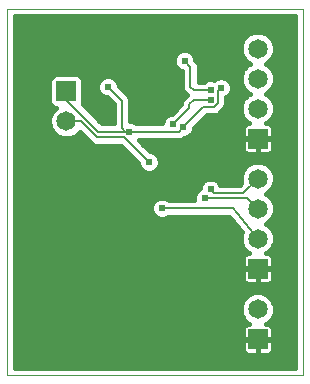
<source format=gbl>
G75*
%MOIN*%
%OFA0B0*%
%FSLAX25Y25*%
%IPPOS*%
%LPD*%
%AMOC8*
5,1,8,0,0,1.08239X$1,22.5*
%
%ADD10C,0.00000*%
%ADD11R,0.06500X0.06500*%
%ADD12C,0.06500*%
%ADD13C,0.01600*%
%ADD14C,0.02381*%
%ADD15C,0.00800*%
D10*
X0020469Y0005737D02*
X0020469Y0127784D01*
X0118894Y0127784D01*
X0118894Y0005737D01*
X0020469Y0005737D01*
D11*
X0040154Y0100225D03*
X0103934Y0084477D03*
X0103934Y0041170D03*
X0103934Y0017548D03*
D12*
X0103934Y0027548D03*
X0103934Y0051170D03*
X0103934Y0061170D03*
X0103934Y0071170D03*
X0103934Y0094477D03*
X0103934Y0104477D03*
X0103934Y0114477D03*
X0040154Y0090225D03*
D13*
X0036514Y0094575D02*
X0035364Y0093426D01*
X0034504Y0091349D01*
X0034504Y0089101D01*
X0035364Y0087025D01*
X0036954Y0085435D01*
X0039030Y0084575D01*
X0041278Y0084575D01*
X0043355Y0085435D01*
X0044610Y0086691D01*
X0048017Y0083285D01*
X0048804Y0082497D01*
X0049833Y0082071D01*
X0058286Y0082071D01*
X0064123Y0076234D01*
X0064123Y0075889D01*
X0064669Y0074569D01*
X0065679Y0073559D01*
X0066999Y0073013D01*
X0068427Y0073013D01*
X0069747Y0073559D01*
X0070757Y0074569D01*
X0071304Y0075889D01*
X0071304Y0077317D01*
X0070757Y0078637D01*
X0069747Y0079647D01*
X0068427Y0080194D01*
X0068082Y0080194D01*
X0064237Y0084039D01*
X0078113Y0084039D01*
X0079142Y0084466D01*
X0079500Y0084824D01*
X0079845Y0084824D01*
X0081164Y0085370D01*
X0082174Y0086380D01*
X0082721Y0087700D01*
X0082721Y0088045D01*
X0086983Y0092307D01*
X0089924Y0092307D01*
X0090953Y0092733D01*
X0091741Y0093521D01*
X0092134Y0093914D01*
X0092922Y0094702D01*
X0093348Y0095731D01*
X0093348Y0098190D01*
X0093763Y0098362D01*
X0094773Y0099372D01*
X0095320Y0100692D01*
X0095320Y0102120D01*
X0094773Y0103440D01*
X0093763Y0104450D01*
X0092443Y0104997D01*
X0091015Y0104997D01*
X0089695Y0104450D01*
X0089292Y0104047D01*
X0088900Y0104209D01*
X0087471Y0104209D01*
X0086152Y0103663D01*
X0085908Y0103419D01*
X0084293Y0103419D01*
X0084293Y0109050D01*
X0083866Y0110079D01*
X0083115Y0110831D01*
X0083115Y0111176D01*
X0082568Y0112495D01*
X0081558Y0113505D01*
X0080238Y0114052D01*
X0078810Y0114052D01*
X0077490Y0113505D01*
X0076480Y0112495D01*
X0075934Y0111176D01*
X0075934Y0109747D01*
X0076480Y0108428D01*
X0077490Y0107417D01*
X0078693Y0106919D01*
X0078693Y0101243D01*
X0079119Y0100214D01*
X0080289Y0099044D01*
X0078725Y0097481D01*
X0078299Y0096451D01*
X0078299Y0095873D01*
X0075218Y0092792D01*
X0074873Y0092792D01*
X0073553Y0092245D01*
X0072543Y0091235D01*
X0071997Y0089916D01*
X0071997Y0089639D01*
X0063298Y0089639D01*
X0063054Y0089883D01*
X0061735Y0090430D01*
X0061458Y0090430D01*
X0061458Y0097633D01*
X0061032Y0098662D01*
X0060244Y0099449D01*
X0057524Y0102169D01*
X0057524Y0102514D01*
X0056978Y0103834D01*
X0055968Y0104844D01*
X0054648Y0105391D01*
X0053220Y0105391D01*
X0051900Y0104844D01*
X0050890Y0103834D01*
X0050343Y0102514D01*
X0050343Y0101086D01*
X0050890Y0099766D01*
X0051900Y0098756D01*
X0053220Y0098209D01*
X0053564Y0098209D01*
X0055858Y0095916D01*
X0055858Y0089639D01*
X0051944Y0089639D01*
X0045594Y0095990D01*
X0045804Y0096498D01*
X0045804Y0103953D01*
X0045439Y0104835D01*
X0044764Y0105510D01*
X0043882Y0105875D01*
X0036427Y0105875D01*
X0035545Y0105510D01*
X0034870Y0104835D01*
X0034504Y0103953D01*
X0034504Y0096498D01*
X0034870Y0095616D01*
X0035545Y0094941D01*
X0036427Y0094575D01*
X0036514Y0094575D01*
X0035594Y0093655D02*
X0022869Y0093655D01*
X0022869Y0092057D02*
X0034797Y0092057D01*
X0034504Y0090458D02*
X0022869Y0090458D01*
X0022869Y0088860D02*
X0034604Y0088860D01*
X0035266Y0087261D02*
X0022869Y0087261D01*
X0022869Y0085663D02*
X0036727Y0085663D01*
X0043582Y0085663D02*
X0045639Y0085663D01*
X0047237Y0084064D02*
X0022869Y0084064D01*
X0022869Y0082466D02*
X0048881Y0082466D01*
X0051125Y0090458D02*
X0055858Y0090458D01*
X0055858Y0092057D02*
X0049527Y0092057D01*
X0047928Y0093655D02*
X0055858Y0093655D01*
X0055858Y0095254D02*
X0046330Y0095254D01*
X0045804Y0096852D02*
X0054922Y0096852D01*
X0052637Y0098451D02*
X0045804Y0098451D01*
X0045804Y0100049D02*
X0050773Y0100049D01*
X0050343Y0101648D02*
X0045804Y0101648D01*
X0045804Y0103246D02*
X0050646Y0103246D01*
X0051902Y0104845D02*
X0045429Y0104845D01*
X0055966Y0104845D02*
X0078693Y0104845D01*
X0078693Y0106443D02*
X0022869Y0106443D01*
X0022869Y0104845D02*
X0034880Y0104845D01*
X0034504Y0103246D02*
X0022869Y0103246D01*
X0022869Y0101648D02*
X0034504Y0101648D01*
X0034504Y0100049D02*
X0022869Y0100049D01*
X0022869Y0098451D02*
X0034504Y0098451D01*
X0034504Y0096852D02*
X0022869Y0096852D01*
X0022869Y0095254D02*
X0035232Y0095254D01*
X0022869Y0108042D02*
X0076866Y0108042D01*
X0075978Y0109640D02*
X0022869Y0109640D01*
X0022869Y0111239D02*
X0075960Y0111239D01*
X0076822Y0112837D02*
X0022869Y0112837D01*
X0022869Y0114436D02*
X0098284Y0114436D01*
X0098284Y0113353D02*
X0098284Y0115601D01*
X0099144Y0117678D01*
X0100733Y0119267D01*
X0102810Y0120127D01*
X0105058Y0120127D01*
X0107134Y0119267D01*
X0108724Y0117678D01*
X0109584Y0115601D01*
X0109584Y0113353D01*
X0108724Y0111277D01*
X0107134Y0109687D01*
X0106627Y0109477D01*
X0107134Y0109267D01*
X0108724Y0107678D01*
X0109584Y0105601D01*
X0109584Y0103353D01*
X0108724Y0101277D01*
X0107134Y0099687D01*
X0106627Y0099477D01*
X0107134Y0099267D01*
X0108724Y0097678D01*
X0109584Y0095601D01*
X0109584Y0093353D01*
X0108724Y0091277D01*
X0107134Y0089687D01*
X0106747Y0089527D01*
X0107421Y0089527D01*
X0107878Y0089404D01*
X0108289Y0089168D01*
X0108624Y0088832D01*
X0108861Y0088422D01*
X0108984Y0087964D01*
X0108984Y0084552D01*
X0104009Y0084552D01*
X0104009Y0084402D01*
X0108984Y0084402D01*
X0108984Y0080990D01*
X0108861Y0080532D01*
X0108624Y0080122D01*
X0108289Y0079787D01*
X0107878Y0079550D01*
X0107421Y0079427D01*
X0104009Y0079427D01*
X0104009Y0084402D01*
X0103859Y0084402D01*
X0103859Y0079427D01*
X0100447Y0079427D01*
X0099989Y0079550D01*
X0099578Y0079787D01*
X0099243Y0080122D01*
X0099006Y0080532D01*
X0098884Y0080990D01*
X0098884Y0084402D01*
X0103859Y0084402D01*
X0103859Y0084552D01*
X0098884Y0084552D01*
X0098884Y0087964D01*
X0099006Y0088422D01*
X0099243Y0088832D01*
X0099578Y0089168D01*
X0099989Y0089404D01*
X0100447Y0089527D01*
X0101120Y0089527D01*
X0100733Y0089687D01*
X0099144Y0091277D01*
X0098284Y0093353D01*
X0098284Y0095601D01*
X0099144Y0097678D01*
X0100733Y0099267D01*
X0101241Y0099477D01*
X0100733Y0099687D01*
X0099144Y0101277D01*
X0098284Y0103353D01*
X0098284Y0105601D01*
X0099144Y0107678D01*
X0100733Y0109267D01*
X0101241Y0109477D01*
X0100733Y0109687D01*
X0099144Y0111277D01*
X0098284Y0113353D01*
X0098497Y0112837D02*
X0082226Y0112837D01*
X0083089Y0111239D02*
X0099182Y0111239D01*
X0100847Y0109640D02*
X0084048Y0109640D01*
X0084293Y0108042D02*
X0099508Y0108042D01*
X0098633Y0106443D02*
X0084293Y0106443D01*
X0084293Y0104845D02*
X0090648Y0104845D01*
X0092810Y0104845D02*
X0098284Y0104845D01*
X0098328Y0103246D02*
X0094853Y0103246D01*
X0095320Y0101648D02*
X0098990Y0101648D01*
X0100371Y0100049D02*
X0095053Y0100049D01*
X0093851Y0098451D02*
X0099917Y0098451D01*
X0098802Y0096852D02*
X0093348Y0096852D01*
X0093150Y0095254D02*
X0098284Y0095254D01*
X0098284Y0093655D02*
X0091875Y0093655D01*
X0086733Y0092057D02*
X0098821Y0092057D01*
X0099962Y0090458D02*
X0085134Y0090458D01*
X0083536Y0088860D02*
X0099271Y0088860D01*
X0098884Y0087261D02*
X0082539Y0087261D01*
X0081457Y0085663D02*
X0098884Y0085663D01*
X0098884Y0084064D02*
X0078172Y0084064D01*
X0072221Y0090458D02*
X0061458Y0090458D01*
X0061458Y0092057D02*
X0073365Y0092057D01*
X0076081Y0093655D02*
X0061458Y0093655D01*
X0061458Y0095254D02*
X0077680Y0095254D01*
X0078465Y0096852D02*
X0061458Y0096852D01*
X0061119Y0098451D02*
X0079695Y0098451D01*
X0079284Y0100049D02*
X0059644Y0100049D01*
X0058046Y0101648D02*
X0078693Y0101648D01*
X0078693Y0103246D02*
X0057221Y0103246D01*
X0065811Y0082466D02*
X0098884Y0082466D01*
X0098917Y0080867D02*
X0067409Y0080867D01*
X0070126Y0079269D02*
X0116494Y0079269D01*
X0116494Y0080867D02*
X0108951Y0080867D01*
X0108984Y0082466D02*
X0116494Y0082466D01*
X0116494Y0084064D02*
X0108984Y0084064D01*
X0108984Y0085663D02*
X0116494Y0085663D01*
X0116494Y0087261D02*
X0108984Y0087261D01*
X0108597Y0088860D02*
X0116494Y0088860D01*
X0116494Y0090458D02*
X0107905Y0090458D01*
X0109047Y0092057D02*
X0116494Y0092057D01*
X0116494Y0093655D02*
X0109584Y0093655D01*
X0109584Y0095254D02*
X0116494Y0095254D01*
X0116494Y0096852D02*
X0109065Y0096852D01*
X0107951Y0098451D02*
X0116494Y0098451D01*
X0116494Y0100049D02*
X0107496Y0100049D01*
X0108877Y0101648D02*
X0116494Y0101648D01*
X0116494Y0103246D02*
X0109539Y0103246D01*
X0109584Y0104845D02*
X0116494Y0104845D01*
X0116494Y0106443D02*
X0109235Y0106443D01*
X0108359Y0108042D02*
X0116494Y0108042D01*
X0116494Y0109640D02*
X0107020Y0109640D01*
X0108686Y0111239D02*
X0116494Y0111239D01*
X0116494Y0112837D02*
X0109370Y0112837D01*
X0109584Y0114436D02*
X0116494Y0114436D01*
X0116494Y0116034D02*
X0109404Y0116034D01*
X0108742Y0117633D02*
X0116494Y0117633D01*
X0116494Y0119231D02*
X0107170Y0119231D01*
X0100698Y0119231D02*
X0022869Y0119231D01*
X0022869Y0117633D02*
X0099125Y0117633D01*
X0098463Y0116034D02*
X0022869Y0116034D01*
X0022869Y0120830D02*
X0116494Y0120830D01*
X0116494Y0122428D02*
X0022869Y0122428D01*
X0022869Y0124027D02*
X0116494Y0124027D01*
X0116494Y0125384D02*
X0022869Y0125384D01*
X0022869Y0008137D01*
X0116494Y0008137D01*
X0116494Y0125384D01*
X0104009Y0084064D02*
X0103859Y0084064D01*
X0103859Y0082466D02*
X0104009Y0082466D01*
X0104009Y0080867D02*
X0103859Y0080867D01*
X0102810Y0076820D02*
X0100733Y0075960D01*
X0099144Y0074371D01*
X0098284Y0072294D01*
X0098284Y0070046D01*
X0098450Y0069646D01*
X0097971Y0069167D01*
X0091401Y0069167D01*
X0091230Y0069582D01*
X0090220Y0070592D01*
X0088900Y0071139D01*
X0087471Y0071139D01*
X0086152Y0070592D01*
X0085142Y0069582D01*
X0084595Y0068262D01*
X0084595Y0068007D01*
X0084183Y0067836D01*
X0083173Y0066826D01*
X0082627Y0065506D01*
X0082627Y0064078D01*
X0082639Y0064049D01*
X0074322Y0064049D01*
X0074078Y0064293D01*
X0072758Y0064839D01*
X0071330Y0064839D01*
X0070010Y0064293D01*
X0069000Y0063283D01*
X0068453Y0061963D01*
X0068453Y0060535D01*
X0069000Y0059215D01*
X0070010Y0058205D01*
X0071330Y0057658D01*
X0072758Y0057658D01*
X0074078Y0058205D01*
X0074322Y0058449D01*
X0094483Y0058449D01*
X0098675Y0053239D01*
X0098284Y0052294D01*
X0098284Y0050046D01*
X0099144Y0047970D01*
X0100733Y0046380D01*
X0101120Y0046220D01*
X0100447Y0046220D01*
X0099989Y0046097D01*
X0099578Y0045860D01*
X0099243Y0045525D01*
X0099006Y0045115D01*
X0098884Y0044657D01*
X0098884Y0041245D01*
X0103859Y0041245D01*
X0103859Y0041095D01*
X0104009Y0041095D01*
X0104009Y0041245D01*
X0108984Y0041245D01*
X0108984Y0044657D01*
X0108861Y0045115D01*
X0108624Y0045525D01*
X0108289Y0045860D01*
X0107878Y0046097D01*
X0107421Y0046220D01*
X0106747Y0046220D01*
X0107134Y0046380D01*
X0108724Y0047970D01*
X0109584Y0050046D01*
X0109584Y0052294D01*
X0108724Y0054371D01*
X0107134Y0055960D01*
X0106627Y0056170D01*
X0107134Y0056380D01*
X0108724Y0057970D01*
X0109584Y0060046D01*
X0109584Y0062294D01*
X0108724Y0064371D01*
X0107134Y0065960D01*
X0106627Y0066170D01*
X0107134Y0066380D01*
X0108724Y0067970D01*
X0109584Y0070046D01*
X0109584Y0072294D01*
X0108724Y0074371D01*
X0107134Y0075960D01*
X0105058Y0076820D01*
X0102810Y0076820D01*
X0101003Y0076072D02*
X0071304Y0076072D01*
X0071158Y0077670D02*
X0116494Y0077670D01*
X0116494Y0076072D02*
X0106865Y0076072D01*
X0108621Y0074473D02*
X0116494Y0074473D01*
X0116494Y0072874D02*
X0109343Y0072874D01*
X0109584Y0071276D02*
X0116494Y0071276D01*
X0116494Y0069677D02*
X0109431Y0069677D01*
X0108769Y0068079D02*
X0116494Y0068079D01*
X0116494Y0066480D02*
X0107234Y0066480D01*
X0108212Y0064882D02*
X0116494Y0064882D01*
X0116494Y0063283D02*
X0109174Y0063283D01*
X0109584Y0061685D02*
X0116494Y0061685D01*
X0116494Y0060086D02*
X0109584Y0060086D01*
X0108938Y0058488D02*
X0116494Y0058488D01*
X0116494Y0056889D02*
X0107643Y0056889D01*
X0107803Y0055291D02*
X0116494Y0055291D01*
X0116494Y0053692D02*
X0109004Y0053692D01*
X0109584Y0052094D02*
X0116494Y0052094D01*
X0116494Y0050495D02*
X0109584Y0050495D01*
X0109108Y0048897D02*
X0116494Y0048897D01*
X0116494Y0047298D02*
X0108052Y0047298D01*
X0108450Y0045700D02*
X0116494Y0045700D01*
X0116494Y0044101D02*
X0108984Y0044101D01*
X0108984Y0042503D02*
X0116494Y0042503D01*
X0116494Y0040904D02*
X0108984Y0040904D01*
X0108984Y0041095D02*
X0104009Y0041095D01*
X0104009Y0036120D01*
X0107421Y0036120D01*
X0107878Y0036243D01*
X0108289Y0036480D01*
X0108624Y0036815D01*
X0108861Y0037225D01*
X0108984Y0037683D01*
X0108984Y0041095D01*
X0108984Y0039306D02*
X0116494Y0039306D01*
X0116494Y0037707D02*
X0108984Y0037707D01*
X0107134Y0032338D02*
X0105058Y0033198D01*
X0102810Y0033198D01*
X0100733Y0032338D01*
X0099144Y0030748D01*
X0098284Y0028672D01*
X0098284Y0026424D01*
X0099144Y0024348D01*
X0100733Y0022758D01*
X0101120Y0022598D01*
X0100447Y0022598D01*
X0099989Y0022475D01*
X0099578Y0022238D01*
X0099243Y0021903D01*
X0099006Y0021493D01*
X0098884Y0021035D01*
X0098884Y0017623D01*
X0103859Y0017623D01*
X0103859Y0017473D01*
X0104009Y0017473D01*
X0104009Y0017623D01*
X0108984Y0017623D01*
X0108984Y0021035D01*
X0108861Y0021493D01*
X0108624Y0021903D01*
X0108289Y0022238D01*
X0107878Y0022475D01*
X0107421Y0022598D01*
X0106747Y0022598D01*
X0107134Y0022758D01*
X0108724Y0024348D01*
X0109584Y0026424D01*
X0109584Y0028672D01*
X0108724Y0030748D01*
X0107134Y0032338D01*
X0108159Y0031313D02*
X0116494Y0031313D01*
X0116494Y0029715D02*
X0109152Y0029715D01*
X0109584Y0028116D02*
X0116494Y0028116D01*
X0116494Y0026518D02*
X0109584Y0026518D01*
X0108960Y0024919D02*
X0116494Y0024919D01*
X0116494Y0023321D02*
X0107697Y0023321D01*
X0108729Y0021722D02*
X0116494Y0021722D01*
X0116494Y0020124D02*
X0108984Y0020124D01*
X0108984Y0018525D02*
X0116494Y0018525D01*
X0116494Y0016927D02*
X0108984Y0016927D01*
X0108984Y0017473D02*
X0104009Y0017473D01*
X0104009Y0012498D01*
X0107421Y0012498D01*
X0107878Y0012621D01*
X0108289Y0012858D01*
X0108624Y0013193D01*
X0108861Y0013603D01*
X0108984Y0014061D01*
X0108984Y0017473D01*
X0108984Y0015328D02*
X0116494Y0015328D01*
X0116494Y0013730D02*
X0108895Y0013730D01*
X0104009Y0013730D02*
X0103859Y0013730D01*
X0103859Y0012498D02*
X0100447Y0012498D01*
X0099989Y0012621D01*
X0099578Y0012858D01*
X0099243Y0013193D01*
X0099006Y0013603D01*
X0098884Y0014061D01*
X0098884Y0017473D01*
X0103859Y0017473D01*
X0103859Y0012498D01*
X0103859Y0015328D02*
X0104009Y0015328D01*
X0104009Y0016927D02*
X0103859Y0016927D01*
X0098884Y0016927D02*
X0022869Y0016927D01*
X0022869Y0018525D02*
X0098884Y0018525D01*
X0098884Y0020124D02*
X0022869Y0020124D01*
X0022869Y0021722D02*
X0099139Y0021722D01*
X0100171Y0023321D02*
X0022869Y0023321D01*
X0022869Y0024919D02*
X0098907Y0024919D01*
X0098284Y0026518D02*
X0022869Y0026518D01*
X0022869Y0028116D02*
X0098284Y0028116D01*
X0098716Y0029715D02*
X0022869Y0029715D01*
X0022869Y0031313D02*
X0099709Y0031313D01*
X0102119Y0032912D02*
X0022869Y0032912D01*
X0022869Y0034510D02*
X0116494Y0034510D01*
X0116494Y0032912D02*
X0105749Y0032912D01*
X0103859Y0036120D02*
X0100447Y0036120D01*
X0099989Y0036243D01*
X0099578Y0036480D01*
X0099243Y0036815D01*
X0099006Y0037225D01*
X0098884Y0037683D01*
X0098884Y0041095D01*
X0103859Y0041095D01*
X0103859Y0036120D01*
X0103859Y0037707D02*
X0104009Y0037707D01*
X0104009Y0039306D02*
X0103859Y0039306D01*
X0103859Y0040904D02*
X0104009Y0040904D01*
X0098884Y0040904D02*
X0022869Y0040904D01*
X0022869Y0039306D02*
X0098884Y0039306D01*
X0098884Y0037707D02*
X0022869Y0037707D01*
X0022869Y0036109D02*
X0116494Y0036109D01*
X0099815Y0047298D02*
X0022869Y0047298D01*
X0022869Y0045700D02*
X0099418Y0045700D01*
X0098884Y0044101D02*
X0022869Y0044101D01*
X0022869Y0042503D02*
X0098884Y0042503D01*
X0098760Y0048897D02*
X0022869Y0048897D01*
X0022869Y0050495D02*
X0098284Y0050495D01*
X0098284Y0052094D02*
X0022869Y0052094D01*
X0022869Y0053692D02*
X0098310Y0053692D01*
X0097024Y0055291D02*
X0022869Y0055291D01*
X0022869Y0056889D02*
X0095738Y0056889D01*
X0098436Y0069677D02*
X0091134Y0069677D01*
X0085237Y0069677D02*
X0022869Y0069677D01*
X0022869Y0068079D02*
X0084595Y0068079D01*
X0083030Y0066480D02*
X0022869Y0066480D01*
X0022869Y0064882D02*
X0082627Y0064882D01*
X0070661Y0074473D02*
X0099246Y0074473D01*
X0098524Y0072874D02*
X0022869Y0072874D01*
X0022869Y0071276D02*
X0098284Y0071276D01*
X0069001Y0063283D02*
X0022869Y0063283D01*
X0022869Y0061685D02*
X0068453Y0061685D01*
X0068639Y0060086D02*
X0022869Y0060086D01*
X0022869Y0058488D02*
X0069727Y0058488D01*
X0064766Y0074473D02*
X0022869Y0074473D01*
X0022869Y0076072D02*
X0064123Y0076072D01*
X0062687Y0077670D02*
X0022869Y0077670D01*
X0022869Y0079269D02*
X0061088Y0079269D01*
X0059490Y0080867D02*
X0022869Y0080867D01*
X0022869Y0015328D02*
X0098884Y0015328D01*
X0098973Y0013730D02*
X0022869Y0013730D01*
X0022869Y0012131D02*
X0116494Y0012131D01*
X0116494Y0010533D02*
X0022869Y0010533D01*
X0022869Y0008934D02*
X0116494Y0008934D01*
D14*
X0072044Y0061249D03*
X0061020Y0068729D03*
X0067713Y0076603D03*
X0061020Y0086839D03*
X0053146Y0090383D03*
X0053934Y0101800D03*
X0069288Y0097076D03*
X0075587Y0089202D03*
X0079131Y0088414D03*
X0088186Y0097469D03*
X0088186Y0100619D03*
X0091729Y0101406D03*
X0079524Y0110461D03*
X0085430Y0071485D03*
X0088186Y0067548D03*
X0086217Y0064792D03*
D15*
X0100312Y0064792D01*
X0103934Y0061170D01*
X0099131Y0066367D02*
X0089367Y0066367D01*
X0088186Y0067548D01*
X0095823Y0061249D02*
X0072044Y0061249D01*
X0067713Y0076603D02*
X0059446Y0084871D01*
X0050390Y0084871D01*
X0045036Y0090225D01*
X0040154Y0090225D01*
X0040154Y0097469D02*
X0050784Y0086839D01*
X0061020Y0086839D01*
X0077556Y0086839D01*
X0079131Y0088414D01*
X0085823Y0095107D01*
X0089367Y0095107D01*
X0090548Y0096288D01*
X0090548Y0100225D01*
X0091729Y0101406D01*
X0088186Y0100619D02*
X0082674Y0100619D01*
X0081493Y0101800D01*
X0081493Y0108493D01*
X0079524Y0110461D01*
X0082674Y0097469D02*
X0088186Y0097469D01*
X0082674Y0097469D02*
X0081099Y0095894D01*
X0081099Y0094713D01*
X0075587Y0089202D01*
X0061020Y0086839D02*
X0059839Y0086839D01*
X0058658Y0088020D01*
X0058658Y0097076D01*
X0053934Y0101800D01*
X0040154Y0100225D02*
X0040154Y0097469D01*
X0095823Y0061249D02*
X0103934Y0051170D01*
X0099131Y0066367D02*
X0103934Y0071170D01*
M02*

</source>
